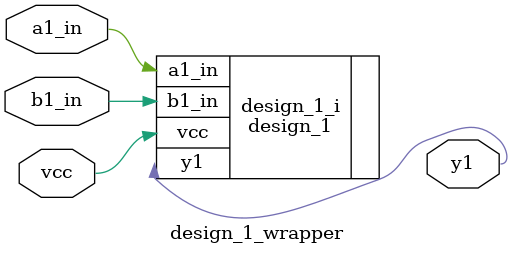
<source format=v>
`timescale 1 ps / 1 ps

module design_1_wrapper
   (a1_in,
    b1_in,
    vcc,
    y1);
  input a1_in;
  input b1_in;
  input vcc;
  output y1;

  wire a1_in;
  wire b1_in;
  wire vcc;
  wire y1;

design_1 design_1_i
       (.a1_in(a1_in),
        .b1_in(b1_in),
        .vcc(vcc),
        .y1(y1));
endmodule

</source>
